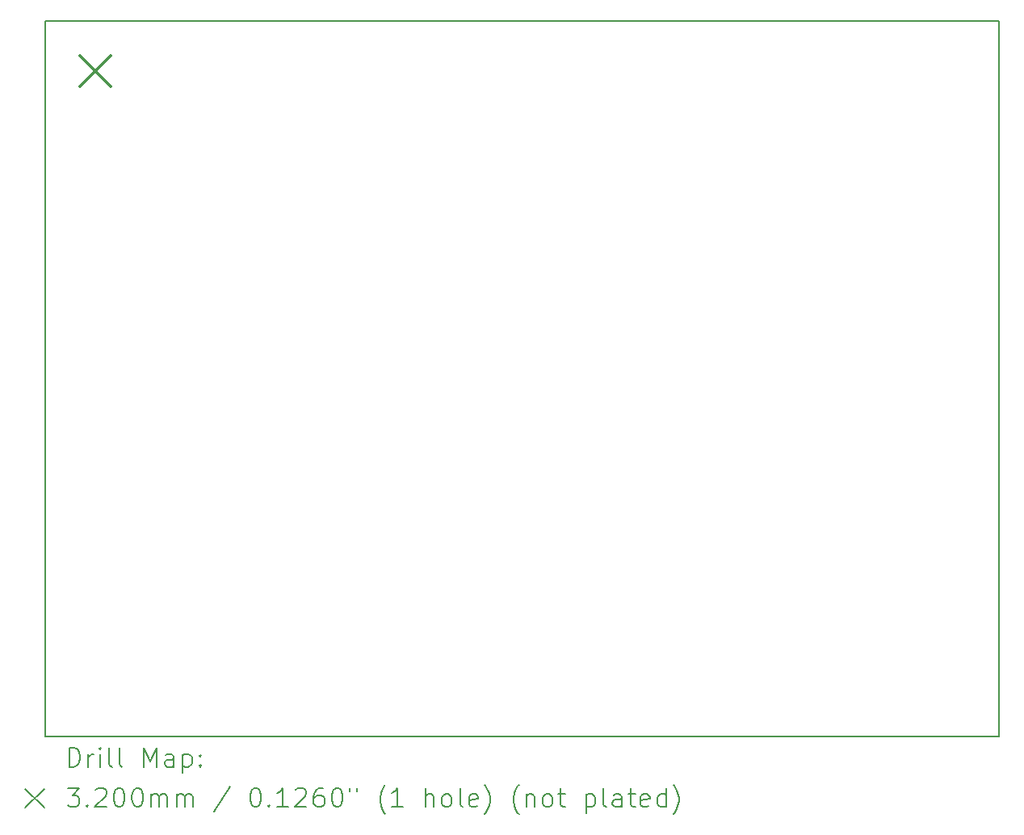
<source format=gbr>
%TF.GenerationSoftware,KiCad,Pcbnew,9.0.3-9.0.3-0~ubuntu22.04.1*%
%TF.CreationDate,2025-07-16T13:00:15+01:00*%
%TF.ProjectId,dali-pcb,64616c69-2d70-4636-922e-6b696361645f,rev?*%
%TF.SameCoordinates,Original*%
%TF.FileFunction,Drillmap*%
%TF.FilePolarity,Positive*%
%FSLAX45Y45*%
G04 Gerber Fmt 4.5, Leading zero omitted, Abs format (unit mm)*
G04 Created by KiCad (PCBNEW 9.0.3-9.0.3-0~ubuntu22.04.1) date 2025-07-16 13:00:15*
%MOMM*%
%LPD*%
G01*
G04 APERTURE LIST*
%ADD10C,0.200000*%
%ADD11C,0.320000*%
G04 APERTURE END LIST*
D10*
X1524000Y-1524000D02*
X11524000Y-1524000D01*
X11524000Y-9024000D01*
X1524000Y-9024000D01*
X1524000Y-1524000D01*
D11*
X1889000Y-1889000D02*
X2209000Y-2209000D01*
X2209000Y-1889000D02*
X1889000Y-2209000D01*
D10*
X1774777Y-9345484D02*
X1774777Y-9145484D01*
X1774777Y-9145484D02*
X1822396Y-9145484D01*
X1822396Y-9145484D02*
X1850967Y-9155008D01*
X1850967Y-9155008D02*
X1870015Y-9174055D01*
X1870015Y-9174055D02*
X1879539Y-9193103D01*
X1879539Y-9193103D02*
X1889062Y-9231198D01*
X1889062Y-9231198D02*
X1889062Y-9259770D01*
X1889062Y-9259770D02*
X1879539Y-9297865D01*
X1879539Y-9297865D02*
X1870015Y-9316912D01*
X1870015Y-9316912D02*
X1850967Y-9335960D01*
X1850967Y-9335960D02*
X1822396Y-9345484D01*
X1822396Y-9345484D02*
X1774777Y-9345484D01*
X1974777Y-9345484D02*
X1974777Y-9212150D01*
X1974777Y-9250246D02*
X1984301Y-9231198D01*
X1984301Y-9231198D02*
X1993824Y-9221674D01*
X1993824Y-9221674D02*
X2012872Y-9212150D01*
X2012872Y-9212150D02*
X2031920Y-9212150D01*
X2098586Y-9345484D02*
X2098586Y-9212150D01*
X2098586Y-9145484D02*
X2089062Y-9155008D01*
X2089062Y-9155008D02*
X2098586Y-9164531D01*
X2098586Y-9164531D02*
X2108110Y-9155008D01*
X2108110Y-9155008D02*
X2098586Y-9145484D01*
X2098586Y-9145484D02*
X2098586Y-9164531D01*
X2222396Y-9345484D02*
X2203348Y-9335960D01*
X2203348Y-9335960D02*
X2193824Y-9316912D01*
X2193824Y-9316912D02*
X2193824Y-9145484D01*
X2327158Y-9345484D02*
X2308110Y-9335960D01*
X2308110Y-9335960D02*
X2298586Y-9316912D01*
X2298586Y-9316912D02*
X2298586Y-9145484D01*
X2555729Y-9345484D02*
X2555729Y-9145484D01*
X2555729Y-9145484D02*
X2622396Y-9288341D01*
X2622396Y-9288341D02*
X2689063Y-9145484D01*
X2689063Y-9145484D02*
X2689063Y-9345484D01*
X2870015Y-9345484D02*
X2870015Y-9240722D01*
X2870015Y-9240722D02*
X2860491Y-9221674D01*
X2860491Y-9221674D02*
X2841443Y-9212150D01*
X2841443Y-9212150D02*
X2803348Y-9212150D01*
X2803348Y-9212150D02*
X2784301Y-9221674D01*
X2870015Y-9335960D02*
X2850967Y-9345484D01*
X2850967Y-9345484D02*
X2803348Y-9345484D01*
X2803348Y-9345484D02*
X2784301Y-9335960D01*
X2784301Y-9335960D02*
X2774777Y-9316912D01*
X2774777Y-9316912D02*
X2774777Y-9297865D01*
X2774777Y-9297865D02*
X2784301Y-9278817D01*
X2784301Y-9278817D02*
X2803348Y-9269293D01*
X2803348Y-9269293D02*
X2850967Y-9269293D01*
X2850967Y-9269293D02*
X2870015Y-9259770D01*
X2965253Y-9212150D02*
X2965253Y-9412150D01*
X2965253Y-9221674D02*
X2984301Y-9212150D01*
X2984301Y-9212150D02*
X3022396Y-9212150D01*
X3022396Y-9212150D02*
X3041443Y-9221674D01*
X3041443Y-9221674D02*
X3050967Y-9231198D01*
X3050967Y-9231198D02*
X3060491Y-9250246D01*
X3060491Y-9250246D02*
X3060491Y-9307389D01*
X3060491Y-9307389D02*
X3050967Y-9326436D01*
X3050967Y-9326436D02*
X3041443Y-9335960D01*
X3041443Y-9335960D02*
X3022396Y-9345484D01*
X3022396Y-9345484D02*
X2984301Y-9345484D01*
X2984301Y-9345484D02*
X2965253Y-9335960D01*
X3146205Y-9326436D02*
X3155729Y-9335960D01*
X3155729Y-9335960D02*
X3146205Y-9345484D01*
X3146205Y-9345484D02*
X3136682Y-9335960D01*
X3136682Y-9335960D02*
X3146205Y-9326436D01*
X3146205Y-9326436D02*
X3146205Y-9345484D01*
X3146205Y-9221674D02*
X3155729Y-9231198D01*
X3155729Y-9231198D02*
X3146205Y-9240722D01*
X3146205Y-9240722D02*
X3136682Y-9231198D01*
X3136682Y-9231198D02*
X3146205Y-9221674D01*
X3146205Y-9221674D02*
X3146205Y-9240722D01*
X1314000Y-9574000D02*
X1514000Y-9774000D01*
X1514000Y-9574000D02*
X1314000Y-9774000D01*
X1755729Y-9565484D02*
X1879539Y-9565484D01*
X1879539Y-9565484D02*
X1812872Y-9641674D01*
X1812872Y-9641674D02*
X1841443Y-9641674D01*
X1841443Y-9641674D02*
X1860491Y-9651198D01*
X1860491Y-9651198D02*
X1870015Y-9660722D01*
X1870015Y-9660722D02*
X1879539Y-9679770D01*
X1879539Y-9679770D02*
X1879539Y-9727389D01*
X1879539Y-9727389D02*
X1870015Y-9746436D01*
X1870015Y-9746436D02*
X1860491Y-9755960D01*
X1860491Y-9755960D02*
X1841443Y-9765484D01*
X1841443Y-9765484D02*
X1784301Y-9765484D01*
X1784301Y-9765484D02*
X1765253Y-9755960D01*
X1765253Y-9755960D02*
X1755729Y-9746436D01*
X1965253Y-9746436D02*
X1974777Y-9755960D01*
X1974777Y-9755960D02*
X1965253Y-9765484D01*
X1965253Y-9765484D02*
X1955729Y-9755960D01*
X1955729Y-9755960D02*
X1965253Y-9746436D01*
X1965253Y-9746436D02*
X1965253Y-9765484D01*
X2050967Y-9584531D02*
X2060491Y-9575008D01*
X2060491Y-9575008D02*
X2079539Y-9565484D01*
X2079539Y-9565484D02*
X2127158Y-9565484D01*
X2127158Y-9565484D02*
X2146205Y-9575008D01*
X2146205Y-9575008D02*
X2155729Y-9584531D01*
X2155729Y-9584531D02*
X2165253Y-9603579D01*
X2165253Y-9603579D02*
X2165253Y-9622627D01*
X2165253Y-9622627D02*
X2155729Y-9651198D01*
X2155729Y-9651198D02*
X2041443Y-9765484D01*
X2041443Y-9765484D02*
X2165253Y-9765484D01*
X2289063Y-9565484D02*
X2308110Y-9565484D01*
X2308110Y-9565484D02*
X2327158Y-9575008D01*
X2327158Y-9575008D02*
X2336682Y-9584531D01*
X2336682Y-9584531D02*
X2346205Y-9603579D01*
X2346205Y-9603579D02*
X2355729Y-9641674D01*
X2355729Y-9641674D02*
X2355729Y-9689293D01*
X2355729Y-9689293D02*
X2346205Y-9727389D01*
X2346205Y-9727389D02*
X2336682Y-9746436D01*
X2336682Y-9746436D02*
X2327158Y-9755960D01*
X2327158Y-9755960D02*
X2308110Y-9765484D01*
X2308110Y-9765484D02*
X2289063Y-9765484D01*
X2289063Y-9765484D02*
X2270015Y-9755960D01*
X2270015Y-9755960D02*
X2260491Y-9746436D01*
X2260491Y-9746436D02*
X2250967Y-9727389D01*
X2250967Y-9727389D02*
X2241444Y-9689293D01*
X2241444Y-9689293D02*
X2241444Y-9641674D01*
X2241444Y-9641674D02*
X2250967Y-9603579D01*
X2250967Y-9603579D02*
X2260491Y-9584531D01*
X2260491Y-9584531D02*
X2270015Y-9575008D01*
X2270015Y-9575008D02*
X2289063Y-9565484D01*
X2479539Y-9565484D02*
X2498586Y-9565484D01*
X2498586Y-9565484D02*
X2517634Y-9575008D01*
X2517634Y-9575008D02*
X2527158Y-9584531D01*
X2527158Y-9584531D02*
X2536682Y-9603579D01*
X2536682Y-9603579D02*
X2546205Y-9641674D01*
X2546205Y-9641674D02*
X2546205Y-9689293D01*
X2546205Y-9689293D02*
X2536682Y-9727389D01*
X2536682Y-9727389D02*
X2527158Y-9746436D01*
X2527158Y-9746436D02*
X2517634Y-9755960D01*
X2517634Y-9755960D02*
X2498586Y-9765484D01*
X2498586Y-9765484D02*
X2479539Y-9765484D01*
X2479539Y-9765484D02*
X2460491Y-9755960D01*
X2460491Y-9755960D02*
X2450967Y-9746436D01*
X2450967Y-9746436D02*
X2441444Y-9727389D01*
X2441444Y-9727389D02*
X2431920Y-9689293D01*
X2431920Y-9689293D02*
X2431920Y-9641674D01*
X2431920Y-9641674D02*
X2441444Y-9603579D01*
X2441444Y-9603579D02*
X2450967Y-9584531D01*
X2450967Y-9584531D02*
X2460491Y-9575008D01*
X2460491Y-9575008D02*
X2479539Y-9565484D01*
X2631920Y-9765484D02*
X2631920Y-9632150D01*
X2631920Y-9651198D02*
X2641444Y-9641674D01*
X2641444Y-9641674D02*
X2660491Y-9632150D01*
X2660491Y-9632150D02*
X2689063Y-9632150D01*
X2689063Y-9632150D02*
X2708110Y-9641674D01*
X2708110Y-9641674D02*
X2717634Y-9660722D01*
X2717634Y-9660722D02*
X2717634Y-9765484D01*
X2717634Y-9660722D02*
X2727158Y-9641674D01*
X2727158Y-9641674D02*
X2746205Y-9632150D01*
X2746205Y-9632150D02*
X2774777Y-9632150D01*
X2774777Y-9632150D02*
X2793825Y-9641674D01*
X2793825Y-9641674D02*
X2803348Y-9660722D01*
X2803348Y-9660722D02*
X2803348Y-9765484D01*
X2898586Y-9765484D02*
X2898586Y-9632150D01*
X2898586Y-9651198D02*
X2908110Y-9641674D01*
X2908110Y-9641674D02*
X2927158Y-9632150D01*
X2927158Y-9632150D02*
X2955729Y-9632150D01*
X2955729Y-9632150D02*
X2974777Y-9641674D01*
X2974777Y-9641674D02*
X2984301Y-9660722D01*
X2984301Y-9660722D02*
X2984301Y-9765484D01*
X2984301Y-9660722D02*
X2993824Y-9641674D01*
X2993824Y-9641674D02*
X3012872Y-9632150D01*
X3012872Y-9632150D02*
X3041443Y-9632150D01*
X3041443Y-9632150D02*
X3060491Y-9641674D01*
X3060491Y-9641674D02*
X3070015Y-9660722D01*
X3070015Y-9660722D02*
X3070015Y-9765484D01*
X3460491Y-9555960D02*
X3289063Y-9813103D01*
X3717634Y-9565484D02*
X3736682Y-9565484D01*
X3736682Y-9565484D02*
X3755729Y-9575008D01*
X3755729Y-9575008D02*
X3765253Y-9584531D01*
X3765253Y-9584531D02*
X3774777Y-9603579D01*
X3774777Y-9603579D02*
X3784301Y-9641674D01*
X3784301Y-9641674D02*
X3784301Y-9689293D01*
X3784301Y-9689293D02*
X3774777Y-9727389D01*
X3774777Y-9727389D02*
X3765253Y-9746436D01*
X3765253Y-9746436D02*
X3755729Y-9755960D01*
X3755729Y-9755960D02*
X3736682Y-9765484D01*
X3736682Y-9765484D02*
X3717634Y-9765484D01*
X3717634Y-9765484D02*
X3698586Y-9755960D01*
X3698586Y-9755960D02*
X3689063Y-9746436D01*
X3689063Y-9746436D02*
X3679539Y-9727389D01*
X3679539Y-9727389D02*
X3670015Y-9689293D01*
X3670015Y-9689293D02*
X3670015Y-9641674D01*
X3670015Y-9641674D02*
X3679539Y-9603579D01*
X3679539Y-9603579D02*
X3689063Y-9584531D01*
X3689063Y-9584531D02*
X3698586Y-9575008D01*
X3698586Y-9575008D02*
X3717634Y-9565484D01*
X3870015Y-9746436D02*
X3879539Y-9755960D01*
X3879539Y-9755960D02*
X3870015Y-9765484D01*
X3870015Y-9765484D02*
X3860491Y-9755960D01*
X3860491Y-9755960D02*
X3870015Y-9746436D01*
X3870015Y-9746436D02*
X3870015Y-9765484D01*
X4070015Y-9765484D02*
X3955729Y-9765484D01*
X4012872Y-9765484D02*
X4012872Y-9565484D01*
X4012872Y-9565484D02*
X3993825Y-9594055D01*
X3993825Y-9594055D02*
X3974777Y-9613103D01*
X3974777Y-9613103D02*
X3955729Y-9622627D01*
X4146206Y-9584531D02*
X4155729Y-9575008D01*
X4155729Y-9575008D02*
X4174777Y-9565484D01*
X4174777Y-9565484D02*
X4222396Y-9565484D01*
X4222396Y-9565484D02*
X4241444Y-9575008D01*
X4241444Y-9575008D02*
X4250968Y-9584531D01*
X4250968Y-9584531D02*
X4260491Y-9603579D01*
X4260491Y-9603579D02*
X4260491Y-9622627D01*
X4260491Y-9622627D02*
X4250968Y-9651198D01*
X4250968Y-9651198D02*
X4136682Y-9765484D01*
X4136682Y-9765484D02*
X4260491Y-9765484D01*
X4431920Y-9565484D02*
X4393825Y-9565484D01*
X4393825Y-9565484D02*
X4374777Y-9575008D01*
X4374777Y-9575008D02*
X4365253Y-9584531D01*
X4365253Y-9584531D02*
X4346206Y-9613103D01*
X4346206Y-9613103D02*
X4336682Y-9651198D01*
X4336682Y-9651198D02*
X4336682Y-9727389D01*
X4336682Y-9727389D02*
X4346206Y-9746436D01*
X4346206Y-9746436D02*
X4355729Y-9755960D01*
X4355729Y-9755960D02*
X4374777Y-9765484D01*
X4374777Y-9765484D02*
X4412872Y-9765484D01*
X4412872Y-9765484D02*
X4431920Y-9755960D01*
X4431920Y-9755960D02*
X4441444Y-9746436D01*
X4441444Y-9746436D02*
X4450968Y-9727389D01*
X4450968Y-9727389D02*
X4450968Y-9679770D01*
X4450968Y-9679770D02*
X4441444Y-9660722D01*
X4441444Y-9660722D02*
X4431920Y-9651198D01*
X4431920Y-9651198D02*
X4412872Y-9641674D01*
X4412872Y-9641674D02*
X4374777Y-9641674D01*
X4374777Y-9641674D02*
X4355729Y-9651198D01*
X4355729Y-9651198D02*
X4346206Y-9660722D01*
X4346206Y-9660722D02*
X4336682Y-9679770D01*
X4574777Y-9565484D02*
X4593825Y-9565484D01*
X4593825Y-9565484D02*
X4612872Y-9575008D01*
X4612872Y-9575008D02*
X4622396Y-9584531D01*
X4622396Y-9584531D02*
X4631920Y-9603579D01*
X4631920Y-9603579D02*
X4641444Y-9641674D01*
X4641444Y-9641674D02*
X4641444Y-9689293D01*
X4641444Y-9689293D02*
X4631920Y-9727389D01*
X4631920Y-9727389D02*
X4622396Y-9746436D01*
X4622396Y-9746436D02*
X4612872Y-9755960D01*
X4612872Y-9755960D02*
X4593825Y-9765484D01*
X4593825Y-9765484D02*
X4574777Y-9765484D01*
X4574777Y-9765484D02*
X4555729Y-9755960D01*
X4555729Y-9755960D02*
X4546206Y-9746436D01*
X4546206Y-9746436D02*
X4536682Y-9727389D01*
X4536682Y-9727389D02*
X4527158Y-9689293D01*
X4527158Y-9689293D02*
X4527158Y-9641674D01*
X4527158Y-9641674D02*
X4536682Y-9603579D01*
X4536682Y-9603579D02*
X4546206Y-9584531D01*
X4546206Y-9584531D02*
X4555729Y-9575008D01*
X4555729Y-9575008D02*
X4574777Y-9565484D01*
X4717634Y-9565484D02*
X4717634Y-9603579D01*
X4793825Y-9565484D02*
X4793825Y-9603579D01*
X5089063Y-9841674D02*
X5079539Y-9832150D01*
X5079539Y-9832150D02*
X5060491Y-9803579D01*
X5060491Y-9803579D02*
X5050968Y-9784531D01*
X5050968Y-9784531D02*
X5041444Y-9755960D01*
X5041444Y-9755960D02*
X5031920Y-9708341D01*
X5031920Y-9708341D02*
X5031920Y-9670246D01*
X5031920Y-9670246D02*
X5041444Y-9622627D01*
X5041444Y-9622627D02*
X5050968Y-9594055D01*
X5050968Y-9594055D02*
X5060491Y-9575008D01*
X5060491Y-9575008D02*
X5079539Y-9546436D01*
X5079539Y-9546436D02*
X5089063Y-9536912D01*
X5270015Y-9765484D02*
X5155730Y-9765484D01*
X5212872Y-9765484D02*
X5212872Y-9565484D01*
X5212872Y-9565484D02*
X5193825Y-9594055D01*
X5193825Y-9594055D02*
X5174777Y-9613103D01*
X5174777Y-9613103D02*
X5155730Y-9622627D01*
X5508111Y-9765484D02*
X5508111Y-9565484D01*
X5593825Y-9765484D02*
X5593825Y-9660722D01*
X5593825Y-9660722D02*
X5584301Y-9641674D01*
X5584301Y-9641674D02*
X5565253Y-9632150D01*
X5565253Y-9632150D02*
X5536682Y-9632150D01*
X5536682Y-9632150D02*
X5517634Y-9641674D01*
X5517634Y-9641674D02*
X5508111Y-9651198D01*
X5717634Y-9765484D02*
X5698587Y-9755960D01*
X5698587Y-9755960D02*
X5689063Y-9746436D01*
X5689063Y-9746436D02*
X5679539Y-9727389D01*
X5679539Y-9727389D02*
X5679539Y-9670246D01*
X5679539Y-9670246D02*
X5689063Y-9651198D01*
X5689063Y-9651198D02*
X5698587Y-9641674D01*
X5698587Y-9641674D02*
X5717634Y-9632150D01*
X5717634Y-9632150D02*
X5746206Y-9632150D01*
X5746206Y-9632150D02*
X5765253Y-9641674D01*
X5765253Y-9641674D02*
X5774777Y-9651198D01*
X5774777Y-9651198D02*
X5784301Y-9670246D01*
X5784301Y-9670246D02*
X5784301Y-9727389D01*
X5784301Y-9727389D02*
X5774777Y-9746436D01*
X5774777Y-9746436D02*
X5765253Y-9755960D01*
X5765253Y-9755960D02*
X5746206Y-9765484D01*
X5746206Y-9765484D02*
X5717634Y-9765484D01*
X5898587Y-9765484D02*
X5879539Y-9755960D01*
X5879539Y-9755960D02*
X5870015Y-9736912D01*
X5870015Y-9736912D02*
X5870015Y-9565484D01*
X6050968Y-9755960D02*
X6031920Y-9765484D01*
X6031920Y-9765484D02*
X5993825Y-9765484D01*
X5993825Y-9765484D02*
X5974777Y-9755960D01*
X5974777Y-9755960D02*
X5965253Y-9736912D01*
X5965253Y-9736912D02*
X5965253Y-9660722D01*
X5965253Y-9660722D02*
X5974777Y-9641674D01*
X5974777Y-9641674D02*
X5993825Y-9632150D01*
X5993825Y-9632150D02*
X6031920Y-9632150D01*
X6031920Y-9632150D02*
X6050968Y-9641674D01*
X6050968Y-9641674D02*
X6060491Y-9660722D01*
X6060491Y-9660722D02*
X6060491Y-9679770D01*
X6060491Y-9679770D02*
X5965253Y-9698817D01*
X6127158Y-9841674D02*
X6136682Y-9832150D01*
X6136682Y-9832150D02*
X6155730Y-9803579D01*
X6155730Y-9803579D02*
X6165253Y-9784531D01*
X6165253Y-9784531D02*
X6174777Y-9755960D01*
X6174777Y-9755960D02*
X6184301Y-9708341D01*
X6184301Y-9708341D02*
X6184301Y-9670246D01*
X6184301Y-9670246D02*
X6174777Y-9622627D01*
X6174777Y-9622627D02*
X6165253Y-9594055D01*
X6165253Y-9594055D02*
X6155730Y-9575008D01*
X6155730Y-9575008D02*
X6136682Y-9546436D01*
X6136682Y-9546436D02*
X6127158Y-9536912D01*
X6489063Y-9841674D02*
X6479539Y-9832150D01*
X6479539Y-9832150D02*
X6460491Y-9803579D01*
X6460491Y-9803579D02*
X6450968Y-9784531D01*
X6450968Y-9784531D02*
X6441444Y-9755960D01*
X6441444Y-9755960D02*
X6431920Y-9708341D01*
X6431920Y-9708341D02*
X6431920Y-9670246D01*
X6431920Y-9670246D02*
X6441444Y-9622627D01*
X6441444Y-9622627D02*
X6450968Y-9594055D01*
X6450968Y-9594055D02*
X6460491Y-9575008D01*
X6460491Y-9575008D02*
X6479539Y-9546436D01*
X6479539Y-9546436D02*
X6489063Y-9536912D01*
X6565253Y-9632150D02*
X6565253Y-9765484D01*
X6565253Y-9651198D02*
X6574777Y-9641674D01*
X6574777Y-9641674D02*
X6593825Y-9632150D01*
X6593825Y-9632150D02*
X6622396Y-9632150D01*
X6622396Y-9632150D02*
X6641444Y-9641674D01*
X6641444Y-9641674D02*
X6650968Y-9660722D01*
X6650968Y-9660722D02*
X6650968Y-9765484D01*
X6774777Y-9765484D02*
X6755730Y-9755960D01*
X6755730Y-9755960D02*
X6746206Y-9746436D01*
X6746206Y-9746436D02*
X6736682Y-9727389D01*
X6736682Y-9727389D02*
X6736682Y-9670246D01*
X6736682Y-9670246D02*
X6746206Y-9651198D01*
X6746206Y-9651198D02*
X6755730Y-9641674D01*
X6755730Y-9641674D02*
X6774777Y-9632150D01*
X6774777Y-9632150D02*
X6803349Y-9632150D01*
X6803349Y-9632150D02*
X6822396Y-9641674D01*
X6822396Y-9641674D02*
X6831920Y-9651198D01*
X6831920Y-9651198D02*
X6841444Y-9670246D01*
X6841444Y-9670246D02*
X6841444Y-9727389D01*
X6841444Y-9727389D02*
X6831920Y-9746436D01*
X6831920Y-9746436D02*
X6822396Y-9755960D01*
X6822396Y-9755960D02*
X6803349Y-9765484D01*
X6803349Y-9765484D02*
X6774777Y-9765484D01*
X6898587Y-9632150D02*
X6974777Y-9632150D01*
X6927158Y-9565484D02*
X6927158Y-9736912D01*
X6927158Y-9736912D02*
X6936682Y-9755960D01*
X6936682Y-9755960D02*
X6955730Y-9765484D01*
X6955730Y-9765484D02*
X6974777Y-9765484D01*
X7193825Y-9632150D02*
X7193825Y-9832150D01*
X7193825Y-9641674D02*
X7212872Y-9632150D01*
X7212872Y-9632150D02*
X7250968Y-9632150D01*
X7250968Y-9632150D02*
X7270015Y-9641674D01*
X7270015Y-9641674D02*
X7279539Y-9651198D01*
X7279539Y-9651198D02*
X7289063Y-9670246D01*
X7289063Y-9670246D02*
X7289063Y-9727389D01*
X7289063Y-9727389D02*
X7279539Y-9746436D01*
X7279539Y-9746436D02*
X7270015Y-9755960D01*
X7270015Y-9755960D02*
X7250968Y-9765484D01*
X7250968Y-9765484D02*
X7212872Y-9765484D01*
X7212872Y-9765484D02*
X7193825Y-9755960D01*
X7403349Y-9765484D02*
X7384301Y-9755960D01*
X7384301Y-9755960D02*
X7374777Y-9736912D01*
X7374777Y-9736912D02*
X7374777Y-9565484D01*
X7565253Y-9765484D02*
X7565253Y-9660722D01*
X7565253Y-9660722D02*
X7555730Y-9641674D01*
X7555730Y-9641674D02*
X7536682Y-9632150D01*
X7536682Y-9632150D02*
X7498587Y-9632150D01*
X7498587Y-9632150D02*
X7479539Y-9641674D01*
X7565253Y-9755960D02*
X7546206Y-9765484D01*
X7546206Y-9765484D02*
X7498587Y-9765484D01*
X7498587Y-9765484D02*
X7479539Y-9755960D01*
X7479539Y-9755960D02*
X7470015Y-9736912D01*
X7470015Y-9736912D02*
X7470015Y-9717865D01*
X7470015Y-9717865D02*
X7479539Y-9698817D01*
X7479539Y-9698817D02*
X7498587Y-9689293D01*
X7498587Y-9689293D02*
X7546206Y-9689293D01*
X7546206Y-9689293D02*
X7565253Y-9679770D01*
X7631920Y-9632150D02*
X7708111Y-9632150D01*
X7660492Y-9565484D02*
X7660492Y-9736912D01*
X7660492Y-9736912D02*
X7670015Y-9755960D01*
X7670015Y-9755960D02*
X7689063Y-9765484D01*
X7689063Y-9765484D02*
X7708111Y-9765484D01*
X7850968Y-9755960D02*
X7831920Y-9765484D01*
X7831920Y-9765484D02*
X7793825Y-9765484D01*
X7793825Y-9765484D02*
X7774777Y-9755960D01*
X7774777Y-9755960D02*
X7765253Y-9736912D01*
X7765253Y-9736912D02*
X7765253Y-9660722D01*
X7765253Y-9660722D02*
X7774777Y-9641674D01*
X7774777Y-9641674D02*
X7793825Y-9632150D01*
X7793825Y-9632150D02*
X7831920Y-9632150D01*
X7831920Y-9632150D02*
X7850968Y-9641674D01*
X7850968Y-9641674D02*
X7860492Y-9660722D01*
X7860492Y-9660722D02*
X7860492Y-9679770D01*
X7860492Y-9679770D02*
X7765253Y-9698817D01*
X8031920Y-9765484D02*
X8031920Y-9565484D01*
X8031920Y-9755960D02*
X8012873Y-9765484D01*
X8012873Y-9765484D02*
X7974777Y-9765484D01*
X7974777Y-9765484D02*
X7955730Y-9755960D01*
X7955730Y-9755960D02*
X7946206Y-9746436D01*
X7946206Y-9746436D02*
X7936682Y-9727389D01*
X7936682Y-9727389D02*
X7936682Y-9670246D01*
X7936682Y-9670246D02*
X7946206Y-9651198D01*
X7946206Y-9651198D02*
X7955730Y-9641674D01*
X7955730Y-9641674D02*
X7974777Y-9632150D01*
X7974777Y-9632150D02*
X8012873Y-9632150D01*
X8012873Y-9632150D02*
X8031920Y-9641674D01*
X8108111Y-9841674D02*
X8117634Y-9832150D01*
X8117634Y-9832150D02*
X8136682Y-9803579D01*
X8136682Y-9803579D02*
X8146206Y-9784531D01*
X8146206Y-9784531D02*
X8155730Y-9755960D01*
X8155730Y-9755960D02*
X8165253Y-9708341D01*
X8165253Y-9708341D02*
X8165253Y-9670246D01*
X8165253Y-9670246D02*
X8155730Y-9622627D01*
X8155730Y-9622627D02*
X8146206Y-9594055D01*
X8146206Y-9594055D02*
X8136682Y-9575008D01*
X8136682Y-9575008D02*
X8117634Y-9546436D01*
X8117634Y-9546436D02*
X8108111Y-9536912D01*
M02*

</source>
